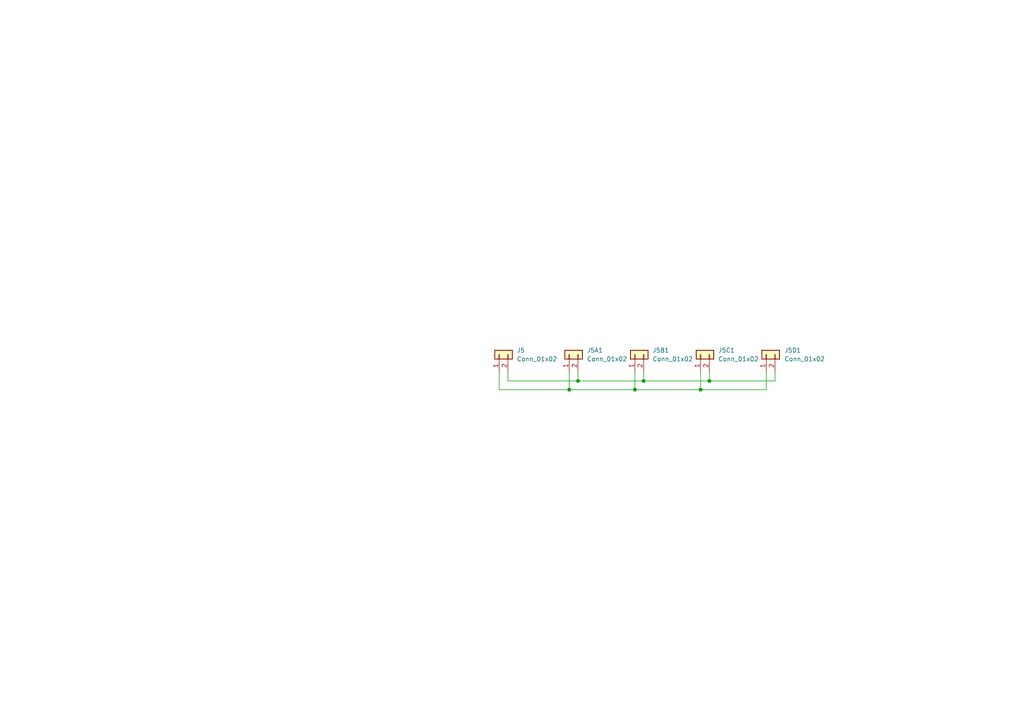
<source format=kicad_sch>
(kicad_sch (version 20211123) (generator eeschema)
  (paper "A4")
  (lib_symbols
    (symbol "Connector_Generic:Conn_01x02" (pin_names (offset 1.016) hide)
      (property "Reference" "J" (at 0 2.54 0))
      (property "Value" "Conn_01x02" (at 0 -5.08 0))
      (symbol "Conn_01x02_1_1"
        (rectangle (start -1.27 -2.413) (end 0 -2.667) (stroke (width 0.1524)))
        (rectangle (start -1.27 0.127) (end 0 -0.127) (stroke (width 0.1524)))
        (rectangle (start -1.27 1.27) (end 1.27 -3.81) (stroke (width 0.254)) (fill (type background)))
        (pin passive line (at -5.08 0 0) (length 3.81) (name "Pin_1") (number "1"))
        (pin passive line (at -5.08 -2.54 0) (length 3.81) (name "Pin_2") (number "2"))
      )
    )
  )
  (junction (at 184.15 113.03))
  (junction (at 165.1 113.03))
  (junction (at 203.2 113.03))
  (junction (at 186.69 110.49))
  (junction (at 167.64 110.49))
  (junction (at 205.74 110.49))
  (wire (pts (xy 184.15 113.03) (xy 203.2 113.03)))
  (wire (pts (xy 165.1 107.95) (xy 165.1 113.03)))
  (wire (pts (xy 205.74 110.49) (xy 224.79 110.49)))
  (wire (pts (xy 144.78 113.03) (xy 165.1 113.03)))
  (wire (pts (xy 205.74 107.95) (xy 205.74 110.49)))
  (wire (pts (xy 224.79 110.49) (xy 224.79 107.95)))
  (wire (pts (xy 222.25 113.03) (xy 222.25 107.95)))
  (wire (pts (xy 203.2 107.95) (xy 203.2 113.03)))
  (wire (pts (xy 144.78 107.95) (xy 144.78 113.03)))
  (wire (pts (xy 167.64 107.95) (xy 167.64 110.49)))
  (wire (pts (xy 167.64 110.49) (xy 186.69 110.49)))
  (wire (pts (xy 165.1 113.03) (xy 184.15 113.03)))
  (wire (pts (xy 186.69 107.95) (xy 186.69 110.49)))
  (wire (pts (xy 203.2 113.03) (xy 222.25 113.03)))
  (wire (pts (xy 147.32 107.95) (xy 147.32 110.49)))
  (wire (pts (xy 147.32 110.49) (xy 167.64 110.49)))
  (wire (pts (xy 184.15 107.95) (xy 184.15 113.03)))
  (wire (pts (xy 186.69 110.49) (xy 205.74 110.49)))
  (symbol (lib_id "Connector_Generic:Conn_01x02") (at 184.15 102.87 90) (unit 1)
    (property "Reference" "J5B1" (at 189.23 101.5999 90) (effects (justify right)))
    (property "Value" "Conn_01x02" (at 189.23 104.1399 90) (effects (justify right)))
    (property "Footprint" "Connector_JST:JST_PH_B2B-PH-K_1x02_P2.00mm_Vertical" (effects hide))
  )
  (symbol (lib_id "Connector_Generic:Conn_01x02") (at 165.1 102.87 90) (unit 1)
    (property "Reference" "J5A1" (at 170.18 101.5999 90) (effects (justify right)))
    (property "Value" "Conn_01x02" (at 170.18 104.1399 90) (effects (justify right)))
    (property "Footprint" "Connector_JST:JST_PH_B2B-PH-K_1x02_P2.00mm_Vertical" (effects hide))
  )
  (symbol (lib_id "Connector_Generic:Conn_01x02") (at 144.78 102.87 90) (unit 1)
    (property "Reference" "J5" (at 149.86 101.5999 90) (effects (justify right)))
    (property "Value" "Conn_01x02" (at 149.86 104.1399 90) (effects (justify right)))
    (property "Footprint" "Connector_JST:JST_PH_B2B-PH-K_1x02_P2.00mm_Vertical" (effects hide))
  )
  (symbol (lib_id "Connector_Generic:Conn_01x02") (at 203.2 102.87 90) (unit 1)
    (property "Reference" "J5C1" (at 208.28 101.5999 90) (effects (justify right)))
    (property "Value" "Conn_01x02" (at 208.28 104.1399 90) (effects (justify right)))
    (property "Footprint" "Connector_JST:JST_PH_B2B-PH-K_1x02_P2.00mm_Vertical" (effects hide))
  )
  (symbol (lib_id "Connector_Generic:Conn_01x02") (at 222.25 102.87 90) (unit 1)
    (property "Reference" "J5D1" (at 227.4853 101.5999 90) (effects (justify right)))
    (property "Value" "Conn_01x02" (at 227.4853 104.1399 90) (effects (justify right)))
    (property "Footprint" "Connector_JST:JST_PH_B2B-PH-K_1x02_P2.00mm_Vertical" (effects hide))
  )
)
</source>
